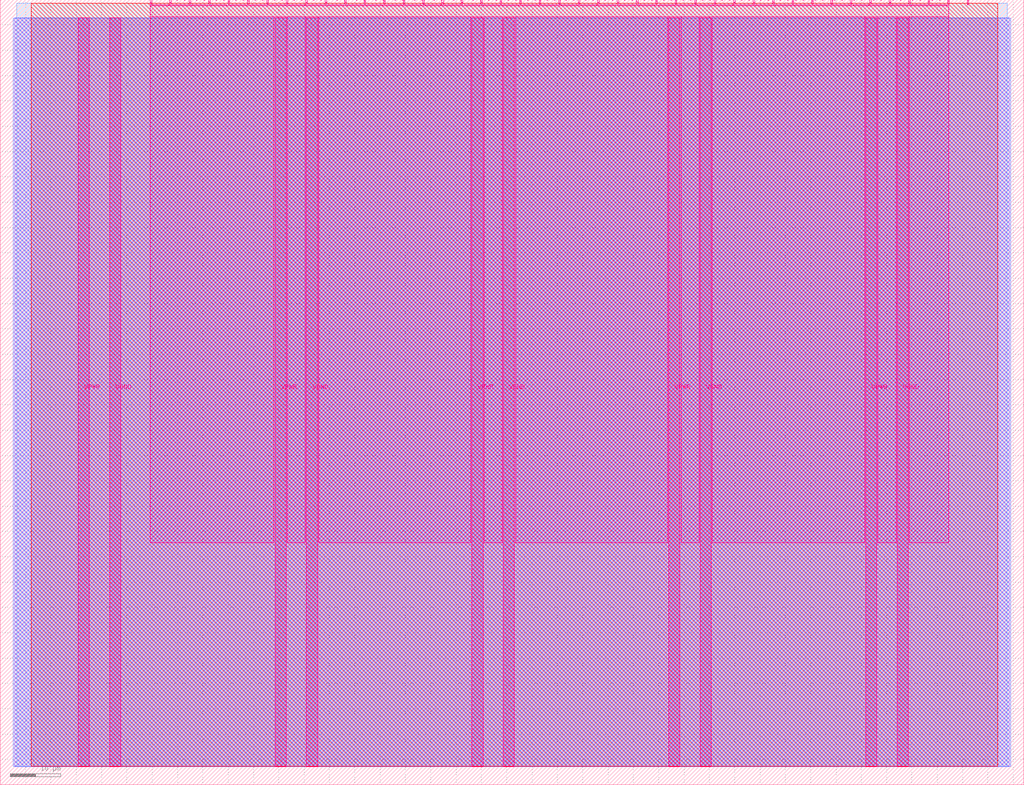
<source format=lef>
VERSION 5.7 ;
  NOWIREEXTENSIONATPIN ON ;
  DIVIDERCHAR "/" ;
  BUSBITCHARS "[]" ;
MACRO tt_um_jp_cd101_saw
  CLASS BLOCK ;
  FOREIGN tt_um_jp_cd101_saw ;
  ORIGIN 0.000 0.000 ;
  SIZE 202.080 BY 154.980 ;
  PIN VGND
    DIRECTION INOUT ;
    USE GROUND ;
    PORT
      LAYER Metal5 ;
        RECT 21.580 3.560 23.780 151.420 ;
    END
    PORT
      LAYER Metal5 ;
        RECT 60.450 3.560 62.650 151.420 ;
    END
    PORT
      LAYER Metal5 ;
        RECT 99.320 3.560 101.520 151.420 ;
    END
    PORT
      LAYER Metal5 ;
        RECT 138.190 3.560 140.390 151.420 ;
    END
    PORT
      LAYER Metal5 ;
        RECT 177.060 3.560 179.260 151.420 ;
    END
  END VGND
  PIN VPWR
    DIRECTION INOUT ;
    USE POWER ;
    PORT
      LAYER Metal5 ;
        RECT 15.380 3.560 17.580 151.420 ;
    END
    PORT
      LAYER Metal5 ;
        RECT 54.250 3.560 56.450 151.420 ;
    END
    PORT
      LAYER Metal5 ;
        RECT 93.120 3.560 95.320 151.420 ;
    END
    PORT
      LAYER Metal5 ;
        RECT 131.990 3.560 134.190 151.420 ;
    END
    PORT
      LAYER Metal5 ;
        RECT 170.860 3.560 173.060 151.420 ;
    END
  END VPWR
  PIN clk
    DIRECTION INPUT ;
    USE SIGNAL ;
    ANTENNAGATEAREA 0.213200 ;
    PORT
      LAYER Metal5 ;
        RECT 187.050 153.980 187.350 154.980 ;
    END
  END clk
  PIN ena
    DIRECTION INPUT ;
    USE SIGNAL ;
    PORT
      LAYER Metal5 ;
        RECT 190.890 153.980 191.190 154.980 ;
    END
  END ena
  PIN rst_n
    DIRECTION INPUT ;
    USE SIGNAL ;
    ANTENNAGATEAREA 0.629200 ;
    PORT
      LAYER Metal5 ;
        RECT 183.210 153.980 183.510 154.980 ;
    END
  END rst_n
  PIN ui_in[0]
    DIRECTION INPUT ;
    USE SIGNAL ;
    ANTENNAGATEAREA 0.180700 ;
    PORT
      LAYER Metal5 ;
        RECT 179.370 153.980 179.670 154.980 ;
    END
  END ui_in[0]
  PIN ui_in[1]
    DIRECTION INPUT ;
    USE SIGNAL ;
    PORT
      LAYER Metal5 ;
        RECT 175.530 153.980 175.830 154.980 ;
    END
  END ui_in[1]
  PIN ui_in[2]
    DIRECTION INPUT ;
    USE SIGNAL ;
    PORT
      LAYER Metal5 ;
        RECT 171.690 153.980 171.990 154.980 ;
    END
  END ui_in[2]
  PIN ui_in[3]
    DIRECTION INPUT ;
    USE SIGNAL ;
    PORT
      LAYER Metal5 ;
        RECT 167.850 153.980 168.150 154.980 ;
    END
  END ui_in[3]
  PIN ui_in[4]
    DIRECTION INPUT ;
    USE SIGNAL ;
    PORT
      LAYER Metal5 ;
        RECT 164.010 153.980 164.310 154.980 ;
    END
  END ui_in[4]
  PIN ui_in[5]
    DIRECTION INPUT ;
    USE SIGNAL ;
    PORT
      LAYER Metal5 ;
        RECT 160.170 153.980 160.470 154.980 ;
    END
  END ui_in[5]
  PIN ui_in[6]
    DIRECTION INPUT ;
    USE SIGNAL ;
    PORT
      LAYER Metal5 ;
        RECT 156.330 153.980 156.630 154.980 ;
    END
  END ui_in[6]
  PIN ui_in[7]
    DIRECTION INPUT ;
    USE SIGNAL ;
    PORT
      LAYER Metal5 ;
        RECT 152.490 153.980 152.790 154.980 ;
    END
  END ui_in[7]
  PIN uio_in[0]
    DIRECTION INPUT ;
    USE SIGNAL ;
    ANTENNAGATEAREA 0.213200 ;
    PORT
      LAYER Metal5 ;
        RECT 148.650 153.980 148.950 154.980 ;
    END
  END uio_in[0]
  PIN uio_in[1]
    DIRECTION INPUT ;
    USE SIGNAL ;
    ANTENNAGATEAREA 0.213200 ;
    PORT
      LAYER Metal5 ;
        RECT 144.810 153.980 145.110 154.980 ;
    END
  END uio_in[1]
  PIN uio_in[2]
    DIRECTION INPUT ;
    USE SIGNAL ;
    PORT
      LAYER Metal5 ;
        RECT 140.970 153.980 141.270 154.980 ;
    END
  END uio_in[2]
  PIN uio_in[3]
    DIRECTION INPUT ;
    USE SIGNAL ;
    ANTENNAGATEAREA 0.527800 ;
    PORT
      LAYER Metal5 ;
        RECT 137.130 153.980 137.430 154.980 ;
    END
  END uio_in[3]
  PIN uio_in[4]
    DIRECTION INPUT ;
    USE SIGNAL ;
    PORT
      LAYER Metal5 ;
        RECT 133.290 153.980 133.590 154.980 ;
    END
  END uio_in[4]
  PIN uio_in[5]
    DIRECTION INPUT ;
    USE SIGNAL ;
    PORT
      LAYER Metal5 ;
        RECT 129.450 153.980 129.750 154.980 ;
    END
  END uio_in[5]
  PIN uio_in[6]
    DIRECTION INPUT ;
    USE SIGNAL ;
    PORT
      LAYER Metal5 ;
        RECT 125.610 153.980 125.910 154.980 ;
    END
  END uio_in[6]
  PIN uio_in[7]
    DIRECTION INPUT ;
    USE SIGNAL ;
    PORT
      LAYER Metal5 ;
        RECT 121.770 153.980 122.070 154.980 ;
    END
  END uio_in[7]
  PIN uio_oe[0]
    DIRECTION OUTPUT ;
    USE SIGNAL ;
    ANTENNADIFFAREA 0.392700 ;
    PORT
      LAYER Metal5 ;
        RECT 56.490 153.980 56.790 154.980 ;
    END
  END uio_oe[0]
  PIN uio_oe[1]
    DIRECTION OUTPUT ;
    USE SIGNAL ;
    ANTENNADIFFAREA 0.392700 ;
    PORT
      LAYER Metal5 ;
        RECT 52.650 153.980 52.950 154.980 ;
    END
  END uio_oe[1]
  PIN uio_oe[2]
    DIRECTION OUTPUT ;
    USE SIGNAL ;
    ANTENNADIFFAREA 0.299200 ;
    PORT
      LAYER Metal5 ;
        RECT 48.810 153.980 49.110 154.980 ;
    END
  END uio_oe[2]
  PIN uio_oe[3]
    DIRECTION OUTPUT ;
    USE SIGNAL ;
    ANTENNADIFFAREA 0.299200 ;
    PORT
      LAYER Metal5 ;
        RECT 44.970 153.980 45.270 154.980 ;
    END
  END uio_oe[3]
  PIN uio_oe[4]
    DIRECTION OUTPUT ;
    USE SIGNAL ;
    ANTENNADIFFAREA 0.299200 ;
    PORT
      LAYER Metal5 ;
        RECT 41.130 153.980 41.430 154.980 ;
    END
  END uio_oe[4]
  PIN uio_oe[5]
    DIRECTION OUTPUT ;
    USE SIGNAL ;
    ANTENNADIFFAREA 0.299200 ;
    PORT
      LAYER Metal5 ;
        RECT 37.290 153.980 37.590 154.980 ;
    END
  END uio_oe[5]
  PIN uio_oe[6]
    DIRECTION OUTPUT ;
    USE SIGNAL ;
    ANTENNADIFFAREA 0.299200 ;
    PORT
      LAYER Metal5 ;
        RECT 33.450 153.980 33.750 154.980 ;
    END
  END uio_oe[6]
  PIN uio_oe[7]
    DIRECTION OUTPUT ;
    USE SIGNAL ;
    ANTENNADIFFAREA 0.299200 ;
    PORT
      LAYER Metal5 ;
        RECT 29.610 153.980 29.910 154.980 ;
    END
  END uio_oe[7]
  PIN uio_out[0]
    DIRECTION OUTPUT ;
    USE SIGNAL ;
    ANTENNADIFFAREA 0.654800 ;
    PORT
      LAYER Metal5 ;
        RECT 87.210 153.980 87.510 154.980 ;
    END
  END uio_out[0]
  PIN uio_out[1]
    DIRECTION OUTPUT ;
    USE SIGNAL ;
    ANTENNADIFFAREA 0.654800 ;
    PORT
      LAYER Metal5 ;
        RECT 83.370 153.980 83.670 154.980 ;
    END
  END uio_out[1]
  PIN uio_out[2]
    DIRECTION OUTPUT ;
    USE SIGNAL ;
    ANTENNADIFFAREA 0.299200 ;
    PORT
      LAYER Metal5 ;
        RECT 79.530 153.980 79.830 154.980 ;
    END
  END uio_out[2]
  PIN uio_out[3]
    DIRECTION OUTPUT ;
    USE SIGNAL ;
    ANTENNADIFFAREA 0.299200 ;
    PORT
      LAYER Metal5 ;
        RECT 75.690 153.980 75.990 154.980 ;
    END
  END uio_out[3]
  PIN uio_out[4]
    DIRECTION OUTPUT ;
    USE SIGNAL ;
    ANTENNADIFFAREA 0.299200 ;
    PORT
      LAYER Metal5 ;
        RECT 71.850 153.980 72.150 154.980 ;
    END
  END uio_out[4]
  PIN uio_out[5]
    DIRECTION OUTPUT ;
    USE SIGNAL ;
    ANTENNADIFFAREA 0.299200 ;
    PORT
      LAYER Metal5 ;
        RECT 68.010 153.980 68.310 154.980 ;
    END
  END uio_out[5]
  PIN uio_out[6]
    DIRECTION OUTPUT ;
    USE SIGNAL ;
    ANTENNADIFFAREA 0.299200 ;
    PORT
      LAYER Metal5 ;
        RECT 64.170 153.980 64.470 154.980 ;
    END
  END uio_out[6]
  PIN uio_out[7]
    DIRECTION OUTPUT ;
    USE SIGNAL ;
    ANTENNADIFFAREA 0.299200 ;
    PORT
      LAYER Metal5 ;
        RECT 60.330 153.980 60.630 154.980 ;
    END
  END uio_out[7]
  PIN uo_out[0]
    DIRECTION OUTPUT ;
    USE SIGNAL ;
    ANTENNADIFFAREA 0.654800 ;
    PORT
      LAYER Metal5 ;
        RECT 117.930 153.980 118.230 154.980 ;
    END
  END uo_out[0]
  PIN uo_out[1]
    DIRECTION OUTPUT ;
    USE SIGNAL ;
    ANTENNADIFFAREA 0.706800 ;
    PORT
      LAYER Metal5 ;
        RECT 114.090 153.980 114.390 154.980 ;
    END
  END uo_out[1]
  PIN uo_out[2]
    DIRECTION OUTPUT ;
    USE SIGNAL ;
    ANTENNADIFFAREA 0.706800 ;
    PORT
      LAYER Metal5 ;
        RECT 110.250 153.980 110.550 154.980 ;
    END
  END uo_out[2]
  PIN uo_out[3]
    DIRECTION OUTPUT ;
    USE SIGNAL ;
    ANTENNADIFFAREA 0.706800 ;
    PORT
      LAYER Metal5 ;
        RECT 106.410 153.980 106.710 154.980 ;
    END
  END uo_out[3]
  PIN uo_out[4]
    DIRECTION OUTPUT ;
    USE SIGNAL ;
    ANTENNADIFFAREA 0.654800 ;
    PORT
      LAYER Metal5 ;
        RECT 102.570 153.980 102.870 154.980 ;
    END
  END uo_out[4]
  PIN uo_out[5]
    DIRECTION OUTPUT ;
    USE SIGNAL ;
    ANTENNADIFFAREA 0.654800 ;
    PORT
      LAYER Metal5 ;
        RECT 98.730 153.980 99.030 154.980 ;
    END
  END uo_out[5]
  PIN uo_out[6]
    DIRECTION OUTPUT ;
    USE SIGNAL ;
    ANTENNADIFFAREA 0.654800 ;
    PORT
      LAYER Metal5 ;
        RECT 94.890 153.980 95.190 154.980 ;
    END
  END uo_out[6]
  PIN uo_out[7]
    DIRECTION OUTPUT ;
    USE SIGNAL ;
    ANTENNADIFFAREA 0.706800 ;
    PORT
      LAYER Metal5 ;
        RECT 91.050 153.980 91.350 154.980 ;
    END
  END uo_out[7]
  OBS
      LAYER GatPoly ;
        RECT 2.880 3.630 199.200 151.350 ;
      LAYER Metal1 ;
        RECT 2.880 3.560 199.200 151.420 ;
      LAYER Metal2 ;
        RECT 2.605 3.680 199.475 151.300 ;
      LAYER Metal3 ;
        RECT 3.260 3.635 198.820 154.285 ;
      LAYER Metal4 ;
        RECT 6.095 3.680 196.945 154.240 ;
      LAYER Metal5 ;
        RECT 30.120 153.770 33.240 153.980 ;
        RECT 33.960 153.770 37.080 153.980 ;
        RECT 37.800 153.770 40.920 153.980 ;
        RECT 41.640 153.770 44.760 153.980 ;
        RECT 45.480 153.770 48.600 153.980 ;
        RECT 49.320 153.770 52.440 153.980 ;
        RECT 53.160 153.770 56.280 153.980 ;
        RECT 57.000 153.770 60.120 153.980 ;
        RECT 60.840 153.770 63.960 153.980 ;
        RECT 64.680 153.770 67.800 153.980 ;
        RECT 68.520 153.770 71.640 153.980 ;
        RECT 72.360 153.770 75.480 153.980 ;
        RECT 76.200 153.770 79.320 153.980 ;
        RECT 80.040 153.770 83.160 153.980 ;
        RECT 83.880 153.770 87.000 153.980 ;
        RECT 87.720 153.770 90.840 153.980 ;
        RECT 91.560 153.770 94.680 153.980 ;
        RECT 95.400 153.770 98.520 153.980 ;
        RECT 99.240 153.770 102.360 153.980 ;
        RECT 103.080 153.770 106.200 153.980 ;
        RECT 106.920 153.770 110.040 153.980 ;
        RECT 110.760 153.770 113.880 153.980 ;
        RECT 114.600 153.770 117.720 153.980 ;
        RECT 118.440 153.770 121.560 153.980 ;
        RECT 122.280 153.770 125.400 153.980 ;
        RECT 126.120 153.770 129.240 153.980 ;
        RECT 129.960 153.770 133.080 153.980 ;
        RECT 133.800 153.770 136.920 153.980 ;
        RECT 137.640 153.770 140.760 153.980 ;
        RECT 141.480 153.770 144.600 153.980 ;
        RECT 145.320 153.770 148.440 153.980 ;
        RECT 149.160 153.770 152.280 153.980 ;
        RECT 153.000 153.770 156.120 153.980 ;
        RECT 156.840 153.770 159.960 153.980 ;
        RECT 160.680 153.770 163.800 153.980 ;
        RECT 164.520 153.770 167.640 153.980 ;
        RECT 168.360 153.770 171.480 153.980 ;
        RECT 172.200 153.770 175.320 153.980 ;
        RECT 176.040 153.770 179.160 153.980 ;
        RECT 179.880 153.770 183.000 153.980 ;
        RECT 183.720 153.770 186.840 153.980 ;
        RECT 29.660 151.630 187.300 153.770 ;
        RECT 29.660 47.735 54.040 151.630 ;
        RECT 56.660 47.735 60.240 151.630 ;
        RECT 62.860 47.735 92.910 151.630 ;
        RECT 95.530 47.735 99.110 151.630 ;
        RECT 101.730 47.735 131.780 151.630 ;
        RECT 134.400 47.735 137.980 151.630 ;
        RECT 140.600 47.735 170.650 151.630 ;
        RECT 173.270 47.735 176.850 151.630 ;
        RECT 179.470 47.735 187.300 151.630 ;
  END
END tt_um_jp_cd101_saw
END LIBRARY


</source>
